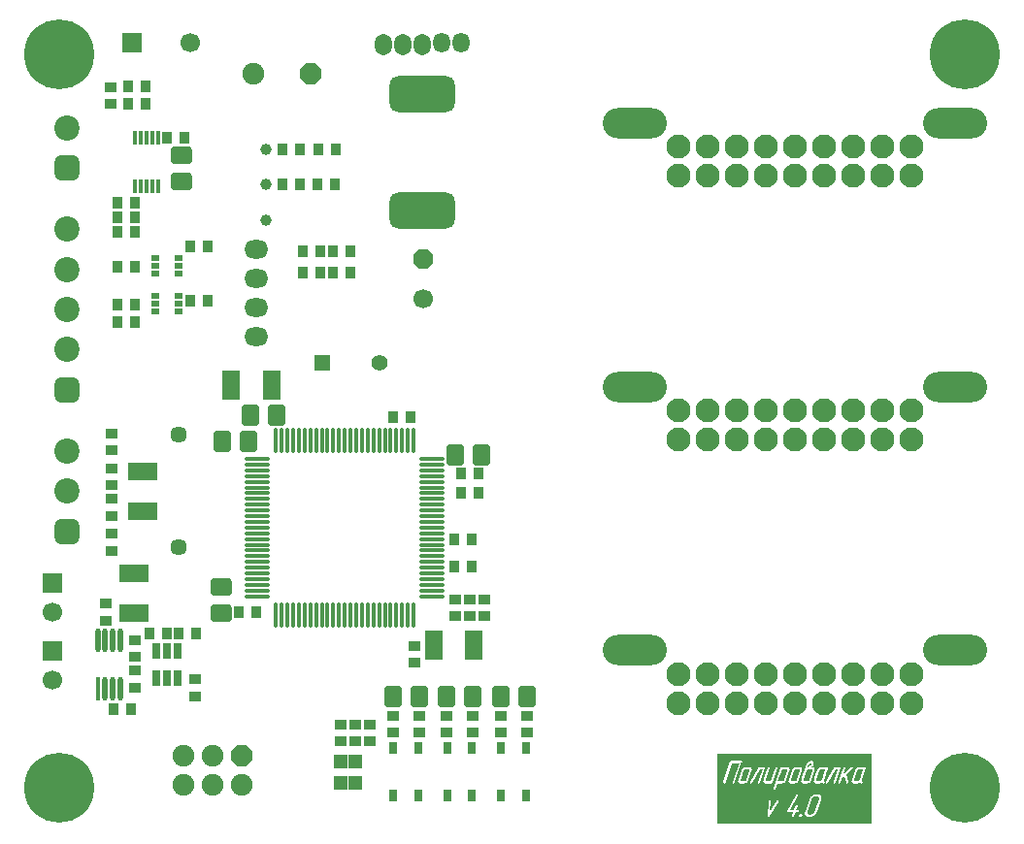
<source format=gts>
G04*
G04 #@! TF.GenerationSoftware,Altium Limited,Altium Designer,19.1.6 (110)*
G04*
G04 Layer_Color=8388736*
%FSLAX44Y44*%
%MOMM*%
G71*
G01*
G75*
%ADD23R,0.4318X2.0541*%
G04:AMPARAMS|DCode=24|XSize=2.0541mm|YSize=0.4318mm|CornerRadius=0.2159mm|HoleSize=0mm|Usage=FLASHONLY|Rotation=90.000|XOffset=0mm|YOffset=0mm|HoleType=Round|Shape=RoundedRectangle|*
%AMROUNDEDRECTD24*
21,1,2.0541,0.0000,0,0,90.0*
21,1,1.6223,0.4318,0,0,90.0*
1,1,0.4318,0.0000,0.8112*
1,1,0.4318,0.0000,-0.8112*
1,1,0.4318,0.0000,-0.8112*
1,1,0.4318,0.0000,0.8112*
%
%ADD24ROUNDEDRECTD24*%
%ADD29R,0.6500X1.0500*%
G04:AMPARAMS|DCode=33|XSize=0.5mm|YSize=0.75mm|CornerRadius=0.1mm|HoleSize=0mm|Usage=FLASHONLY|Rotation=90.000|XOffset=0mm|YOffset=0mm|HoleType=Round|Shape=RoundedRectangle|*
%AMROUNDEDRECTD33*
21,1,0.5000,0.5500,0,0,90.0*
21,1,0.3000,0.7500,0,0,90.0*
1,1,0.2000,0.2750,0.1500*
1,1,0.2000,0.2750,-0.1500*
1,1,0.2000,-0.2750,-0.1500*
1,1,0.2000,-0.2750,0.1500*
%
%ADD33ROUNDEDRECTD33*%
G04:AMPARAMS|DCode=34|XSize=0.9mm|YSize=1.1mm|CornerRadius=0.15mm|HoleSize=0mm|Usage=FLASHONLY|Rotation=0.000|XOffset=0mm|YOffset=0mm|HoleType=Round|Shape=RoundedRectangle|*
%AMROUNDEDRECTD34*
21,1,0.9000,0.8000,0,0,0.0*
21,1,0.6000,1.1000,0,0,0.0*
1,1,0.3000,0.3000,-0.4000*
1,1,0.3000,-0.3000,-0.4000*
1,1,0.3000,-0.3000,0.4000*
1,1,0.3000,0.3000,0.4000*
%
%ADD34ROUNDEDRECTD34*%
G04:AMPARAMS|DCode=35|XSize=0.9mm|YSize=1.1mm|CornerRadius=0.15mm|HoleSize=0mm|Usage=FLASHONLY|Rotation=90.000|XOffset=0mm|YOffset=0mm|HoleType=Round|Shape=RoundedRectangle|*
%AMROUNDEDRECTD35*
21,1,0.9000,0.8000,0,0,90.0*
21,1,0.6000,1.1000,0,0,90.0*
1,1,0.3000,0.4000,0.3000*
1,1,0.3000,0.4000,-0.3000*
1,1,0.3000,-0.4000,-0.3000*
1,1,0.3000,-0.4000,0.3000*
%
%ADD35ROUNDEDRECTD35*%
%ADD36O,0.4000X2.2000*%
%ADD37R,0.8000X1.4000*%
G04:AMPARAMS|DCode=38|XSize=1.5mm|YSize=1.8mm|CornerRadius=0.225mm|HoleSize=0mm|Usage=FLASHONLY|Rotation=0.000|XOffset=0mm|YOffset=0mm|HoleType=Round|Shape=RoundedRectangle|*
%AMROUNDEDRECTD38*
21,1,1.5000,1.3500,0,0,0.0*
21,1,1.0500,1.8000,0,0,0.0*
1,1,0.4500,0.5250,-0.6750*
1,1,0.4500,-0.5250,-0.6750*
1,1,0.4500,-0.5250,0.6750*
1,1,0.4500,0.5250,0.6750*
%
%ADD38ROUNDEDRECTD38*%
%ADD39R,2.5000X1.5000*%
G04:AMPARAMS|DCode=40|XSize=1.5mm|YSize=1.8mm|CornerRadius=0.225mm|HoleSize=0mm|Usage=FLASHONLY|Rotation=90.000|XOffset=0mm|YOffset=0mm|HoleType=Round|Shape=RoundedRectangle|*
%AMROUNDEDRECTD40*
21,1,1.5000,1.3500,0,0,90.0*
21,1,1.0500,1.8000,0,0,90.0*
1,1,0.4500,0.6750,0.5250*
1,1,0.4500,0.6750,-0.5250*
1,1,0.4500,-0.6750,-0.5250*
1,1,0.4500,-0.6750,0.5250*
%
%ADD40ROUNDEDRECTD40*%
G04:AMPARAMS|DCode=41|XSize=0.35mm|YSize=1.25mm|CornerRadius=0.1mm|HoleSize=0mm|Usage=FLASHONLY|Rotation=180.000|XOffset=0mm|YOffset=0mm|HoleType=Round|Shape=RoundedRectangle|*
%AMROUNDEDRECTD41*
21,1,0.3500,1.0500,0,0,180.0*
21,1,0.1500,1.2500,0,0,180.0*
1,1,0.2000,-0.0750,0.5250*
1,1,0.2000,0.0750,0.5250*
1,1,0.2000,0.0750,-0.5250*
1,1,0.2000,-0.0750,-0.5250*
%
%ADD41ROUNDEDRECTD41*%
G04:AMPARAMS|DCode=42|XSize=3.2mm|YSize=5.7mm|CornerRadius=0.825mm|HoleSize=0mm|Usage=FLASHONLY|Rotation=270.000|XOffset=0mm|YOffset=0mm|HoleType=Round|Shape=RoundedRectangle|*
%AMROUNDEDRECTD42*
21,1,3.2000,4.0500,0,0,270.0*
21,1,1.5500,5.7000,0,0,270.0*
1,1,1.6500,-2.0250,-0.7750*
1,1,1.6500,-2.0250,0.7750*
1,1,1.6500,2.0250,0.7750*
1,1,1.6500,2.0250,-0.7750*
%
%ADD42ROUNDEDRECTD42*%
%ADD43R,1.3000X1.3000*%
%ADD44O,2.2000X0.4000*%
%ADD45R,1.5000X2.5000*%
%ADD46C,1.0000*%
%ADD47O,2.1000X1.6240*%
%ADD48C,2.1000*%
%ADD49C,1.9000*%
%ADD50P,2.0566X8X202.5*%
G04:AMPARAMS|DCode=51|XSize=2.2mm|YSize=2.2mm|CornerRadius=0.575mm|HoleSize=0mm|Usage=FLASHONLY|Rotation=90.000|XOffset=0mm|YOffset=0mm|HoleType=Round|Shape=RoundedRectangle|*
%AMROUNDEDRECTD51*
21,1,2.2000,1.0500,0,0,90.0*
21,1,1.0500,2.2000,0,0,90.0*
1,1,1.1500,0.5250,0.5250*
1,1,1.1500,0.5250,-0.5250*
1,1,1.1500,-0.5250,-0.5250*
1,1,1.1500,-0.5250,0.5250*
%
%ADD51ROUNDEDRECTD51*%
%ADD52C,2.2000*%
%ADD53C,1.7000*%
%ADD54R,1.7000X1.7000*%
%ADD55R,1.4000X1.4000*%
%ADD56C,1.4000*%
%ADD57C,1.4500*%
%ADD58O,5.6000X2.6400*%
%ADD59O,1.4970X1.8780*%
%ADD60O,1.5000X1.7510*%
%ADD61P,1.8401X8X292.5*%
%ADD62C,0.8000*%
%ADD63C,6.1000*%
G36*
X968529Y568832D02*
Y538988D01*
X834671D01*
Y568832D01*
Y600202D01*
X968529D01*
Y568832D01*
D02*
G37*
%LPC*%
G36*
X895367Y588543D02*
X890370D01*
D01*
X886928D01*
X886493D01*
X890370D01*
X890037Y588515D01*
X889759Y588404D01*
X889537Y588237D01*
X889343Y588071D01*
X889232Y587876D01*
X889121Y587738D01*
X889093Y587627D01*
X889065Y587571D01*
X883041Y569776D01*
X882986Y569609D01*
Y569470D01*
X883013Y569276D01*
X883069Y569137D01*
X883096Y569081D01*
X883263Y568943D01*
X883457Y568859D01*
X883596Y568832D01*
X882986D01*
Y569470D01*
Y568832D01*
D01*
X897338D01*
D01*
X883652D01*
X883791Y568859D01*
X883929Y568887D01*
X884179Y568998D01*
X884290Y569054D01*
X884346Y569081D01*
X884401Y569137D01*
X884429D01*
X884568Y569248D01*
X884679Y569359D01*
X884846Y569581D01*
X884929Y569748D01*
X884957Y569776D01*
Y569803D01*
X886511Y574301D01*
X890315D01*
X890787Y574328D01*
X891259Y574440D01*
X891675Y574578D01*
X892036Y574745D01*
X892341Y574911D01*
X892591Y575050D01*
X892730Y575161D01*
X892785Y575189D01*
X893202Y575550D01*
X893535Y575911D01*
X893813Y576244D01*
X894035Y576605D01*
X894201Y576883D01*
X894312Y577132D01*
X894368Y577271D01*
X894396Y577327D01*
X897172Y585517D01*
X897283Y585989D01*
X897338Y586377D01*
X897311Y586766D01*
X897291Y586877D01*
X897255Y587071D01*
D01*
X897172Y587321D01*
D01*
Y587321D01*
D01*
X897158Y587349D01*
X897089Y587488D01*
X897033Y587627D01*
X897005Y587654D01*
X896756Y587960D01*
X896478Y588182D01*
X896395Y588220D01*
X896172Y588321D01*
X895867Y588432D01*
X895590Y588487D01*
X895367Y588543D01*
D02*
G37*
G36*
X886493D02*
X886067D01*
D01*
X885935D01*
X886067D01*
X885928Y588487D01*
X885678Y588376D01*
X885567Y588321D01*
X885484Y588265D01*
X885456Y588237D01*
X885428Y588210D01*
X885179Y587988D01*
X885040Y587765D01*
X884957Y587627D01*
X884929Y587599D01*
Y587571D01*
X884231Y585517D01*
X881070Y576216D01*
X877239D01*
X877072Y576244D01*
X876933Y576272D01*
X876739Y576383D01*
X876600Y576466D01*
X876572Y576522D01*
X876517Y576633D01*
X876489Y576772D01*
X876461Y577021D01*
X876489Y577132D01*
Y577216D01*
X876517Y577271D01*
Y577299D01*
X880015Y587571D01*
X880070Y587738D01*
Y587876D01*
X880043Y588098D01*
X879987Y588210D01*
X879959Y588265D01*
X879765Y588432D01*
X879598Y588515D01*
X879432Y588543D01*
X880769D01*
X879210D01*
X879071Y588487D01*
X878821Y588376D01*
X878710Y588321D01*
X878627Y588265D01*
X878599Y588237D01*
X878571Y588210D01*
X878321Y587988D01*
X878183Y587765D01*
X878099Y587627D01*
X878072Y587599D01*
Y587571D01*
X875934Y581294D01*
D01*
X874574Y577299D01*
D01*
X874463Y576855D01*
X874407Y576438D01*
X874435Y576050D01*
X874490Y575744D01*
X874546Y575494D01*
X874629Y575328D01*
X874685Y575189D01*
X874712Y575161D01*
X874962Y574884D01*
X875240Y574662D01*
X875545Y574523D01*
X875851Y574412D01*
X876128Y574356D01*
X876378Y574328D01*
X876517Y574301D01*
X875934D01*
D01*
X882986D01*
D01*
X881375D01*
X881708Y574328D01*
X882014Y574440D01*
X882236Y574606D01*
X882402Y574773D01*
X882541Y574939D01*
X882625Y575106D01*
X882652Y575217D01*
X882680Y575245D01*
X886872Y587571D01*
X886928Y587738D01*
Y587876D01*
X886900Y588098D01*
X886844Y588210D01*
X886817Y588265D01*
X886622Y588432D01*
X886456Y588515D01*
X886289Y588543D01*
X886493D01*
D02*
G37*
G36*
X855195Y594012D02*
X839482D01*
X846895D01*
X846562Y593984D01*
X846284Y593873D01*
X846062Y593707D01*
X845895Y593540D01*
X845756Y593346D01*
X845673Y593207D01*
X845645Y593096D01*
X845618Y593040D01*
X839538Y575245D01*
X839482Y575078D01*
Y574911D01*
X839510Y574662D01*
X839593Y574523D01*
X839621Y574467D01*
X839871Y574384D01*
X840037Y574328D01*
X840148Y574301D01*
X839482D01*
X848421D01*
X848727Y574328D01*
X848977Y574440D01*
X849088Y574467D01*
X849171Y574523D01*
X849199Y574551D01*
X849227D01*
X849449Y574773D01*
X849615Y574995D01*
X849699Y575161D01*
X849726Y575217D01*
Y575245D01*
X855806Y593040D01*
X855862Y593207D01*
Y588543D01*
Y593373D01*
X855834Y593595D01*
X855723Y593762D01*
X855584Y593901D01*
X855445Y593956D01*
X855279Y593984D01*
X855195Y594012D01*
D02*
G37*
G36*
X839482Y588293D02*
D01*
D01*
D01*
D02*
G37*
G36*
Y588210D02*
D01*
D01*
D01*
D02*
G37*
G36*
Y588182D02*
D01*
D01*
D01*
D02*
G37*
G36*
X952280Y588543D02*
X952224D01*
X952086Y588515D01*
X951919Y588460D01*
X951614Y588321D01*
X951475Y588210D01*
X951364Y588154D01*
D01*
X951308Y588098D01*
X951281Y588071D01*
X944146Y582019D01*
X946006Y587571D01*
X946061Y587738D01*
Y587876D01*
X946033Y588098D01*
X945978Y588210D01*
X945950Y588265D01*
X945756Y588432D01*
X945589Y588515D01*
X945423Y588543D01*
X945201D01*
X945062Y588487D01*
X944812Y588376D01*
X944701Y588321D01*
X944617Y588265D01*
X944590Y588237D01*
X944562Y588210D01*
X944312Y587988D01*
X944173Y587765D01*
X944090Y587627D01*
X944062Y587599D01*
Y587571D01*
X941897Y581204D01*
X939870Y575245D01*
X939815Y575078D01*
D01*
Y574911D01*
X939842Y574689D01*
X939926Y574551D01*
X939954Y574495D01*
X940203Y574384D01*
X940370Y574328D01*
X940481Y574301D01*
X940509D01*
D01*
D01*
X940814Y574328D01*
X941064Y574440D01*
X941175Y574467D01*
D01*
X941217Y574495D01*
D01*
X941258Y574523D01*
D01*
D01*
D01*
X941286Y574551D01*
D01*
D01*
D01*
D01*
D01*
X941314D01*
D01*
D01*
D01*
X941342Y574578D01*
D01*
X941425Y574662D01*
X941453Y574689D01*
D01*
D01*
D01*
D01*
X941480Y574717D01*
X941508Y574745D01*
D01*
X941536Y574773D01*
D01*
D01*
D01*
D01*
D01*
X941557Y574800D01*
D01*
D01*
X941640Y574911D01*
D01*
D01*
X941661Y574939D01*
X941702Y574995D01*
D01*
D01*
D01*
D01*
X941744Y575078D01*
D01*
D01*
X941786Y575161D01*
D01*
D01*
D01*
X941800Y575189D01*
X941814Y575217D01*
D01*
Y575245D01*
D01*
X943313Y579603D01*
X944978Y581075D01*
X946672Y574773D01*
X946755Y574606D01*
X946839Y574467D01*
X946894Y574412D01*
X946922Y574384D01*
X947061Y574328D01*
X947199Y574301D01*
X941897D01*
D01*
X951364D01*
X947338D01*
X947616Y574328D01*
X947866Y574440D01*
X948060Y574523D01*
X948088Y574551D01*
X948116D01*
X948254Y574689D01*
X948393Y574800D01*
X948560Y575050D01*
X948643Y575217D01*
X948671Y575245D01*
Y575272D01*
X948699Y575744D01*
X946700Y582379D01*
X952558Y587127D01*
X952641Y587155D01*
X952696Y587210D01*
X952807Y587349D01*
X952863Y587488D01*
X952891Y587515D01*
Y587543D01*
X952918Y587682D01*
D01*
X952946Y587821D01*
X952891Y588043D01*
X952880Y588071D01*
X952835Y588182D01*
X952807Y588237D01*
X952724Y588348D01*
X952613Y588404D01*
X952447Y588515D01*
X952280Y588543D01*
D02*
G37*
G36*
X963885D02*
Y588126D01*
X963773Y588293D01*
X963635Y588432D01*
X963468Y588487D01*
X963329Y588515D01*
X963246Y588543D01*
X958388D01*
X957916Y588515D01*
X957444Y588404D01*
X957027Y588237D01*
X956639Y588071D01*
X956333Y587904D01*
X956083Y587738D01*
X955945Y587627D01*
X955917Y587599D01*
X955889D01*
X955500Y587238D01*
X955167Y586877D01*
X954890Y586516D01*
X954668Y586211D01*
X954529Y585933D01*
X954418Y585711D01*
X954362Y585572D01*
X954334Y585517D01*
X951530Y577299D01*
X951419Y576855D01*
X951364Y576438D01*
D01*
D01*
X951392Y576050D01*
X951447Y575744D01*
X951503Y575494D01*
X951586Y575328D01*
X951641Y575189D01*
X951669Y575161D01*
X951919Y574884D01*
X952197Y574662D01*
X952502Y574523D01*
X952807Y574412D01*
X953085Y574356D01*
X953335Y574328D01*
X953474Y574301D01*
X956278D01*
X956777Y574328D01*
X957249Y574440D01*
X957638Y574578D01*
X957999Y574773D01*
X958277Y574939D01*
X958499Y575078D01*
X958610Y575189D01*
X958665Y575217D01*
X958693Y575078D01*
X958721Y574967D01*
X958804Y574800D01*
X958832Y574745D01*
X958860Y574717D01*
X959082Y574523D01*
X959276Y574384D01*
X959443Y574328D01*
X959470Y574301D01*
X959498D01*
X959748Y574273D01*
X951364D01*
X963885D01*
Y588543D01*
D02*
G37*
G36*
X839482Y587904D02*
D01*
D01*
D01*
D02*
G37*
G36*
Y586402D02*
Y586377D01*
D01*
Y586402D01*
D02*
G37*
G36*
Y585572D02*
Y585544D01*
D01*
Y585572D01*
D02*
G37*
G36*
Y577216D02*
Y577132D01*
D01*
Y577216D01*
D02*
G37*
G36*
Y577105D02*
D01*
D01*
D01*
D02*
G37*
G36*
Y576855D02*
D01*
D01*
D01*
D02*
G37*
G36*
Y576577D02*
D01*
D01*
D01*
D02*
G37*
G36*
Y576466D02*
D01*
D01*
D01*
D02*
G37*
G36*
Y576244D02*
D01*
D01*
D01*
D02*
G37*
G36*
Y575744D02*
Y575661D01*
D01*
Y575744D01*
D02*
G37*
G36*
Y575522D02*
D01*
D01*
D01*
D02*
G37*
G36*
Y575161D02*
D01*
D01*
D01*
D02*
G37*
G36*
Y575106D02*
Y575078D01*
D01*
Y575106D01*
D02*
G37*
G36*
X941258Y588543D02*
X937094D01*
X936816Y588515D01*
X936594Y588432D01*
X936372Y588293D01*
X936206Y588154D01*
X936067Y588015D01*
X935984Y587876D01*
X935928Y587793D01*
X935900Y587765D01*
X930903Y578890D01*
X929851Y577021D01*
X928960Y575439D01*
X928876Y575245D01*
X928821Y575078D01*
Y574939D01*
Y574745D01*
X928876Y574606D01*
X928904Y574551D01*
X929099Y574412D01*
X929293Y574328D01*
X929459Y574301D01*
X929515D01*
X929792Y574328D01*
X930042Y574412D01*
X930237Y574523D01*
X930431Y574662D01*
X930542Y574800D01*
X930653Y574911D01*
X930709Y574995D01*
X930736Y575023D01*
X930768Y575078D01*
X937233Y586627D01*
X939593D01*
X935706Y575245D01*
X935650Y575078D01*
Y574911D01*
X935678Y574689D01*
X935761Y574551D01*
X935789Y574495D01*
X936039Y574384D01*
X936206Y574328D01*
X936317Y574301D01*
X936344D01*
X936650Y574328D01*
X936927Y574440D01*
X937011Y574467D01*
X937094Y574523D01*
X937150Y574551D01*
X937177D01*
X937399Y574773D01*
X937538Y574995D01*
X937622Y575161D01*
X937649Y575217D01*
Y575245D01*
X941841Y587571D01*
X941897Y587738D01*
D01*
Y587904D01*
Y588126D01*
D01*
X941878Y588154D01*
D01*
D01*
X941860Y588182D01*
D01*
D01*
X941841Y588210D01*
D01*
X941835Y588220D01*
X941823Y588237D01*
D01*
D01*
D01*
D01*
X941804Y588265D01*
X941786Y588293D01*
D01*
D01*
X941758Y588321D01*
X941730Y588348D01*
D01*
X941675Y588404D01*
D01*
D01*
X941647Y588432D01*
D01*
D01*
D01*
X941480Y588487D01*
X941342Y588515D01*
X941258Y588543D01*
D02*
G37*
G36*
X916467Y593984D02*
X916272D01*
X915828Y593956D01*
X915412Y593873D01*
X915023Y593762D01*
X914662Y593623D01*
X914385Y593484D01*
X914162Y593373D01*
X914024Y593290D01*
X913968Y593262D01*
X913524Y592929D01*
X913163Y592541D01*
X912885Y592180D01*
X912635Y591819D01*
X912469Y591485D01*
X912330Y591236D01*
X912275Y591069D01*
X912247Y591041D01*
Y591014D01*
X910387Y585517D01*
X908332Y579496D01*
D01*
X907583Y577299D01*
D01*
X907472Y576855D01*
X907444Y576438D01*
Y576077D01*
X907499Y575772D01*
X907583Y575522D01*
X907666Y575328D01*
X907722Y575189D01*
X907749Y575161D01*
X907999Y574884D01*
X908277Y574662D01*
X908332Y574636D01*
D01*
X908582Y574523D01*
X908888Y574412D01*
X909165Y574356D01*
X909387Y574328D01*
X909526Y574301D01*
X907444D01*
X901309Y574301D01*
X901780Y574328D01*
X902225Y574440D01*
X902641Y574578D01*
X903002Y574745D01*
X903307Y574884D01*
X903557Y575023D01*
X903696Y575134D01*
X903752Y575161D01*
X904168Y575522D01*
X904501Y575883D01*
X904779Y576216D01*
X905001Y576577D01*
X905167Y576855D01*
X905278Y577105D01*
X905334Y577243D01*
X905362Y577299D01*
X908166Y585517D01*
X908277Y585961D01*
X908332Y586377D01*
X908305Y586738D01*
X908249Y587044D01*
X908191Y587238D01*
D01*
X908166Y587321D01*
Y587321D01*
D01*
X908083Y587488D01*
D01*
X908027Y587627D01*
X907999Y587654D01*
X907749Y587960D01*
X907472Y588182D01*
X907444Y588194D01*
D01*
X907166Y588321D01*
X906861Y588432D01*
X906583Y588487D01*
X906361Y588543D01*
X903418D01*
X902946Y588515D01*
X902475Y588404D01*
X902058Y588237D01*
X901669Y588071D01*
X901364Y587904D01*
X901114Y587738D01*
X900975Y587627D01*
X900948Y587599D01*
X900920D01*
X900531Y587238D01*
X900198Y586877D01*
X899920Y586516D01*
X899698Y586211D01*
X899559Y585933D01*
X899448Y585711D01*
X899393Y585572D01*
X899365Y585517D01*
X897338Y579577D01*
D01*
X897104Y578890D01*
X896561Y577299D01*
X896450Y576855D01*
X896406Y576522D01*
X896395Y576438D01*
X896416Y576133D01*
X896422Y576050D01*
X896478Y575744D01*
X896533Y575494D01*
X896617Y575328D01*
X896672Y575189D01*
X896700Y575161D01*
X896950Y574884D01*
X897227Y574662D01*
X897533Y574523D01*
X897838Y574412D01*
X898116Y574356D01*
X898366Y574328D01*
X898504Y574301D01*
X897338D01*
X918382Y574301D01*
D01*
X912302D01*
X912774Y574328D01*
X913246Y574440D01*
X913663Y574578D01*
X914024Y574745D01*
X914329Y574911D01*
X914579Y575050D01*
X914718Y575161D01*
X914773Y575189D01*
X915190Y575522D01*
X915523Y575883D01*
X915800Y576244D01*
X916022Y576577D01*
X916189Y576855D01*
X916300Y577105D01*
X916356Y577243D01*
X916383Y577299D01*
X919187Y585517D01*
X919298Y585989D01*
X919326Y586377D01*
X919298Y586766D01*
X919243Y587071D01*
X919224Y587127D01*
D01*
X919215Y587155D01*
X919187Y587238D01*
D01*
Y587238D01*
X919160Y587321D01*
D01*
D01*
X919146Y587349D01*
D01*
X919076Y587488D01*
D01*
D01*
X919043Y587571D01*
X919021Y587627D01*
X918993Y587654D01*
X918743Y587960D01*
X918465Y588182D01*
X918382Y588220D01*
X918160Y588321D01*
X917855Y588432D01*
X917577Y588487D01*
X917355Y588543D01*
X915578D01*
X916300Y588682D01*
X916578Y588848D01*
X916800Y589015D01*
X916966Y589126D01*
X916994Y589181D01*
X917022D01*
X917383Y589514D01*
X917660Y589875D01*
X917910Y590236D01*
X918105Y590569D01*
X918243Y590902D01*
X918327Y591152D01*
X918382Y591319D01*
X918410Y591347D01*
Y591375D01*
X918465Y591791D01*
X918438Y592152D01*
X918354Y592485D01*
X918216Y592763D01*
X918077Y593013D01*
X917966Y593179D01*
X917855Y593290D01*
X917827Y593318D01*
X917660Y593540D01*
X917466Y593707D01*
X917188Y593818D01*
X916939Y593901D01*
X916689Y593956D01*
X916467Y593984D01*
D02*
G37*
G36*
X876727Y588543D02*
X855862D01*
X859443D01*
X858971Y588515D01*
X858499Y588404D01*
X858083Y588237D01*
X857694Y588071D01*
X857389Y587904D01*
X857139Y587738D01*
X857000Y587627D01*
X856972Y587599D01*
X856945D01*
X856556Y587238D01*
X856223Y586877D01*
X855945Y586516D01*
X855862Y586402D01*
X855784Y586294D01*
X855723Y586211D01*
X855584Y585933D01*
X855473Y585711D01*
X855418Y585572D01*
X855390Y585517D01*
X852586Y577299D01*
X852475Y576855D01*
X852438Y576577D01*
X852419Y576438D01*
D01*
X852447Y576050D01*
X852503Y575744D01*
X852558Y575494D01*
X852641Y575328D01*
X852697Y575189D01*
X852725Y575161D01*
X852974Y574884D01*
X853252Y574662D01*
X853558Y574523D01*
X853863Y574412D01*
X854140Y574356D01*
X854390Y574328D01*
X854390D01*
X854529Y574301D01*
X857333D01*
X857805Y574328D01*
X858249Y574440D01*
X858666Y574578D01*
X859027Y574745D01*
X859332Y574884D01*
X859582Y575023D01*
X859721Y575134D01*
X859776Y575161D01*
X860193Y575522D01*
X860526Y575883D01*
X860804Y576216D01*
X861026Y576577D01*
X861192Y576855D01*
X861303Y577105D01*
X861359Y577243D01*
X861386Y577299D01*
X864190Y585517D01*
X864302Y585961D01*
X864357Y586377D01*
X864329Y586738D01*
X864274Y587044D01*
X864215Y587238D01*
D01*
X864190Y587321D01*
X864107Y587488D01*
D01*
X864052Y587627D01*
X864024Y587654D01*
X863956Y587738D01*
X863774Y587960D01*
X863496Y588182D01*
X863191Y588321D01*
X862886Y588432D01*
X862858Y588437D01*
X862608Y588487D01*
X862386Y588543D01*
X864357D01*
X871131D01*
X870853Y588515D01*
X870631Y588432D01*
X870409Y588293D01*
X870243Y588154D01*
X870104Y588015D01*
X870021Y587876D01*
X869965Y587793D01*
X869937Y587765D01*
X862997Y575439D01*
X862913Y575245D01*
X862858Y575078D01*
Y574939D01*
Y574745D01*
X862913Y574606D01*
X862941Y574551D01*
X863136Y574412D01*
X863330Y574328D01*
X863496Y574301D01*
X863496D01*
X863022D01*
X863552D01*
X863829Y574328D01*
X864079Y574412D01*
X864274Y574523D01*
X864357Y574582D01*
D01*
X864468Y574662D01*
X864579Y574800D01*
X864690Y574911D01*
X864746Y574995D01*
X864773Y575023D01*
X871270Y586627D01*
X873630D01*
X869743Y575245D01*
X869687Y575078D01*
Y574911D01*
X869715Y574689D01*
X869798Y574551D01*
X869826Y574495D01*
X870076Y574384D01*
X870243Y574328D01*
X870354Y574301D01*
X870381D01*
X870687Y574328D01*
X870964Y574440D01*
X871048Y574467D01*
X871131Y574523D01*
X871187Y574551D01*
X871214D01*
X871436Y574773D01*
X871575Y574995D01*
X871658Y575161D01*
X871686Y575217D01*
Y575245D01*
X875878Y587571D01*
X875897Y587627D01*
X875934Y587738D01*
Y587904D01*
Y588126D01*
D01*
X875915Y588154D01*
D01*
X875878Y588210D01*
X875823Y588293D01*
D01*
D01*
X875795Y588321D01*
D01*
D01*
X875740Y588376D01*
X875684Y588432D01*
D01*
D01*
X875517Y588487D01*
X875379Y588515D01*
X875295Y588543D01*
D01*
D01*
X876727D01*
D02*
G37*
G36*
X870354Y574301D02*
X865781D01*
X870354D01*
D01*
D02*
G37*
G36*
X854529D02*
X854462D01*
X854529D01*
D01*
D02*
G37*
G36*
X930265Y588543D02*
X925406D01*
X924934Y588515D01*
X924462Y588404D01*
X924046Y588237D01*
X923657Y588071D01*
X923352Y587904D01*
X923102Y587738D01*
X922963Y587627D01*
X922935Y587599D01*
X922907D01*
X922519Y587238D01*
X922186Y586877D01*
X921908Y586516D01*
X921686Y586211D01*
X921547Y585933D01*
X921436Y585711D01*
X921381Y585572D01*
X921353Y585517D01*
X919326Y579577D01*
D01*
X918549Y577299D01*
D01*
X918438Y576855D01*
X918393Y576522D01*
X918382Y576438D01*
D01*
X918396Y576244D01*
X918410Y576050D01*
X918465Y575744D01*
X918521Y575494D01*
X918604Y575328D01*
X918660Y575189D01*
X918688Y575161D01*
X918938Y574884D01*
X919215Y574662D01*
X919520Y574523D01*
X919826Y574412D01*
X920104Y574356D01*
X920353Y574328D01*
X920492Y574301D01*
X923296D01*
X923796Y574328D01*
X924268Y574440D01*
X924657Y574578D01*
X925017Y574773D01*
X925295Y574939D01*
X925517Y575078D01*
X925628Y575189D01*
X925684Y575217D01*
X925712Y575078D01*
X925739Y574967D01*
X925823Y574800D01*
X925850Y574745D01*
X925878Y574717D01*
X926100Y574523D01*
X926294Y574384D01*
X926461Y574328D01*
X926489Y574301D01*
X926517D01*
X926766Y574273D01*
X918382D01*
X930903D01*
X926766D01*
X927100Y574328D01*
X927349Y574412D01*
X927516Y574495D01*
X927544Y574551D01*
X927572D01*
X927821Y574800D01*
X927960Y575023D01*
X928044Y575189D01*
X928071Y575217D01*
Y575245D01*
X928127Y575467D01*
Y575661D01*
X928071Y575828D01*
X927988Y575939D01*
X927905Y576022D01*
X927794Y576077D01*
X927738Y576133D01*
X927710D01*
X927516Y576272D01*
X927405Y576411D01*
X927349Y576522D01*
X927322Y576549D01*
X927294Y576855D01*
X927322Y577077D01*
X927349Y577243D01*
X927377Y577271D01*
Y577299D01*
X928821Y581572D01*
X930153Y585517D01*
D01*
D01*
X930172Y585572D01*
D01*
X930219Y585711D01*
X930613Y586877D01*
D01*
X930679Y587071D01*
X930735Y587238D01*
D01*
X930763Y587321D01*
X930819Y587488D01*
D01*
X930847Y587571D01*
X930903Y587738D01*
Y587904D01*
Y588126D01*
X930792Y588293D01*
X930653Y588432D01*
X930487Y588487D01*
X930348Y588515D01*
X930265Y588543D01*
D02*
G37*
G36*
X887761Y559420D02*
X881145D01*
X887011D01*
X886733Y559365D01*
X886511Y559281D01*
X886372Y559198D01*
X886345Y559170D01*
X886317D01*
X886123Y559004D01*
X885956Y558837D01*
X885873Y558726D01*
X885845Y558671D01*
X880098Y549065D01*
X880903Y558698D01*
X880875Y558837D01*
X880848Y558976D01*
X880737Y559142D01*
X880653Y559226D01*
X880626Y559254D01*
X880487Y559365D01*
X880348Y559392D01*
X880265Y559420D01*
X878099D01*
X880043D01*
X879904Y559365D01*
X879654Y559254D01*
X879543Y559198D01*
X879460Y559142D01*
X879432Y559115D01*
X879404Y559087D01*
X879154Y558837D01*
X879016Y558643D01*
X878932Y558504D01*
X878904Y558476D01*
Y558448D01*
X878849Y558199D01*
X878099Y545956D01*
X878127Y545678D01*
X878183Y545484D01*
X878238Y545373D01*
X878266Y545345D01*
X878432Y545261D01*
X878599Y545206D01*
X878710Y545178D01*
X878099D01*
X878766D01*
X879016Y545206D01*
X879265Y545289D01*
X879460Y545428D01*
X879654Y545567D01*
X879793Y545706D01*
X879904Y545844D01*
X879959Y545928D01*
X879987Y545956D01*
X887539Y558115D01*
X887594Y558199D01*
X887650Y558337D01*
X887705Y558421D01*
Y558476D01*
X887733Y558615D01*
X887761Y558754D01*
X887705Y558976D01*
X887650Y559087D01*
X887622Y559142D01*
X887455Y559309D01*
X887233Y559392D01*
X887066Y559420D01*
X887761D01*
D02*
G37*
G36*
X907555Y547760D02*
X907472D01*
X907222Y547732D01*
X907000Y547677D01*
X906805Y547593D01*
X906639Y547510D01*
X906500Y547427D01*
X906389Y547344D01*
X906333Y547288D01*
X906306Y547260D01*
X906139Y547094D01*
X906028Y546927D01*
X905917Y546788D01*
X905834Y546677D01*
X905751Y546511D01*
X905723Y546483D01*
Y546455D01*
X905667Y546261D01*
Y546289D01*
Y545178D01*
X908416Y545178D01*
D01*
X906583Y545178D01*
X906805Y545206D01*
X907028Y545234D01*
X907222Y545317D01*
X907388Y545400D01*
X907527Y545456D01*
X907638Y545539D01*
X907694Y545567D01*
X907722Y545595D01*
X907888Y545761D01*
X908027Y545900D01*
X908138Y546039D01*
X908221Y546178D01*
X908305Y546289D01*
X908332Y546372D01*
X908360Y546427D01*
Y546455D01*
X908416Y546650D01*
Y546955D01*
Y546816D01*
X908360Y547094D01*
X908332Y547205D01*
X908305Y547288D01*
X908249Y547316D01*
Y547344D01*
X908138Y547482D01*
X907999Y547593D01*
X907888Y547649D01*
X907749Y547705D01*
X907638Y547732D01*
X907555Y547760D01*
D02*
G37*
G36*
X922047Y564889D02*
X920492D01*
X920159Y564862D01*
X919826Y564834D01*
X919160Y564695D01*
X918577Y564473D01*
X918021Y564223D01*
X917577Y563973D01*
X917383Y563862D01*
X917244Y563779D01*
X917105Y563668D01*
X917022Y563612D01*
X916966Y563585D01*
X916939Y563557D01*
X916356Y563057D01*
X915856Y562530D01*
X915467Y562030D01*
X915134Y561530D01*
X914912Y561114D01*
X914829Y560947D01*
X914745Y560808D01*
X914690Y560670D01*
X914662Y560586D01*
X914634Y560531D01*
Y560503D01*
X910887Y549537D01*
X910803Y549204D01*
X910720Y548871D01*
X910692Y548565D01*
X910664Y548288D01*
X910720Y547760D01*
X910803Y547288D01*
X910942Y546927D01*
X911053Y546650D01*
X911109Y546566D01*
X911164Y546483D01*
X911192Y546455D01*
Y546427D01*
X911386Y546205D01*
X911581Y546011D01*
X911997Y545706D01*
X912413Y545484D01*
X912830Y545345D01*
X913219Y545234D01*
X913524Y545206D01*
X913635Y545178D01*
X910664D01*
D01*
X925045D01*
X915162D01*
X915523Y545206D01*
X915856Y545234D01*
X916494Y545373D01*
X917105Y545595D01*
X917660Y545817D01*
X918105Y546039D01*
X918299Y546150D01*
X918438Y546261D01*
X918577Y546344D01*
X918660Y546400D01*
X918715Y546455D01*
X918743D01*
X919326Y546955D01*
X919826Y547482D01*
X920242Y548010D01*
X920548Y548482D01*
X920798Y548898D01*
X920881Y549093D01*
X920964Y549231D01*
X921020Y549370D01*
X921047Y549454D01*
X921075Y549509D01*
Y549537D01*
X924823Y560503D01*
X924934Y560836D01*
X924990Y561141D01*
X925017Y561447D01*
X925045Y561752D01*
X925017Y562280D01*
X924906Y562724D01*
X924795Y563085D01*
X924684Y563362D01*
X924573Y563529D01*
X924546Y563557D01*
Y563585D01*
X924379Y563807D01*
X924185Y564029D01*
X923768Y564334D01*
X923324Y564584D01*
X922880Y564723D01*
X922491Y564834D01*
X922186Y564862D01*
X922047Y564889D01*
D02*
G37*
G36*
X904057Y564889D02*
X903974D01*
X903391Y564695D01*
X903141Y564501D01*
X902946Y564306D01*
X902835Y564140D01*
X902808Y564084D01*
Y564057D01*
X895423Y550397D01*
X895340Y550231D01*
X895312Y550092D01*
X895284Y549953D01*
X895312Y549731D01*
X895340Y549592D01*
X895367Y549537D01*
X895534Y549398D01*
X895756Y549315D01*
X895923Y549287D01*
X900503D01*
X899421Y546122D01*
X899365Y545956D01*
Y545789D01*
X899393Y545539D01*
X899476Y545400D01*
X899504Y545345D01*
X899754Y545261D01*
X899920Y545206D01*
X900031Y545178D01*
X895284D01*
D01*
X905556D01*
Y550481D01*
X905528Y550703D01*
X905445Y550842D01*
X905417Y550897D01*
X905334Y551008D01*
X905251Y551064D01*
X905056Y551175D01*
X904918Y551203D01*
X903085D01*
X904168Y554340D01*
X904223Y554506D01*
Y554645D01*
X904196Y554867D01*
X904112Y554978D01*
X904085Y555034D01*
X903890Y555200D01*
X903724Y555284D01*
X903557Y555311D01*
X903363D01*
X903224Y555256D01*
X902974Y555145D01*
X902780Y555034D01*
X902752Y555006D01*
X902724Y554978D01*
X902475Y554756D01*
X902336Y554534D01*
X902252Y554395D01*
X902225Y554367D01*
Y554340D01*
X901142Y551203D01*
X897755D01*
X904612Y563751D01*
X904696Y563945D01*
X904723Y564084D01*
X904751Y564223D01*
X904696Y564417D01*
X904640Y564556D01*
X904612Y564612D01*
X904418Y564778D01*
X904223Y564862D01*
X904057Y564889D01*
D02*
G37*
%LPD*%
G36*
X894812Y586572D02*
X895034Y586460D01*
X895145Y586349D01*
X895173Y586322D01*
Y586294D01*
X895229Y586183D01*
X895284Y586044D01*
X895312Y585794D01*
X895284Y585711D01*
Y585628D01*
X895256Y585572D01*
Y585544D01*
X892452Y577299D01*
X892286Y576994D01*
X892092Y576744D01*
X891925Y576577D01*
X891869Y576549D01*
X891842Y576522D01*
X891675Y576411D01*
X891508Y576355D01*
X891259Y576244D01*
X891148D01*
X891064Y576216D01*
X887150D01*
X890703Y586627D01*
X894701D01*
X894812Y586572D01*
D02*
G37*
G36*
X847783Y575245D02*
X847728Y575078D01*
Y574911D01*
X847755Y574662D01*
X847839Y574523D01*
X847866Y574467D01*
X848116Y574384D01*
X848283Y574328D01*
X848394Y574301D01*
X840176D01*
X840481Y574328D01*
X840731Y574440D01*
X840842Y574467D01*
X840926Y574523D01*
X840954Y574551D01*
X840981D01*
X841203Y574773D01*
X841370Y574995D01*
X841453Y575161D01*
X841481Y575217D01*
Y575245D01*
X847228Y592096D01*
X853530D01*
X847783Y575245D01*
D02*
G37*
G36*
X951364Y576438D02*
D01*
D01*
D01*
D02*
G37*
G36*
X958388Y577299D02*
X958332Y577132D01*
X958249Y576966D01*
X958054Y576744D01*
X957888Y576577D01*
X957832Y576549D01*
X957805Y576522D01*
X957638Y576411D01*
X957499Y576355D01*
X957222Y576244D01*
X957111D01*
X957027Y576216D01*
X954195D01*
X954029Y576244D01*
X953890Y576272D01*
X953696Y576383D01*
X953557Y576466D01*
X953529Y576522D01*
X953474Y576633D01*
X953446Y576772D01*
X953418Y577021D01*
X953446Y577132D01*
Y577216D01*
X953474Y577271D01*
Y577299D01*
X956278Y585517D01*
X956444Y585850D01*
X956639Y586072D01*
X956805Y586239D01*
X956833Y586294D01*
X956861D01*
X957027Y586405D01*
X957166Y586488D01*
X957444Y586599D01*
X957555D01*
X957638Y586627D01*
X961580D01*
X958388Y577299D01*
D02*
G37*
G36*
X963885Y574273D02*
X959748D01*
X960081Y574328D01*
X960331Y574412D01*
X960498Y574495D01*
X960525Y574551D01*
X960553D01*
X960803Y574800D01*
X960942Y575023D01*
X961025Y575189D01*
X961053Y575217D01*
Y575245D01*
X961108Y575467D01*
Y575661D01*
X961053Y575828D01*
X960969Y575939D01*
X960886Y576022D01*
X960775Y576077D01*
X960720Y576133D01*
X960692D01*
X960498Y576272D01*
X960387Y576411D01*
X960331Y576522D01*
X960303Y576549D01*
X960275Y576855D01*
X960303Y577077D01*
X960331Y577243D01*
X960359Y577271D01*
Y577299D01*
X963829Y587571D01*
X963885Y587738D01*
Y574273D01*
D02*
G37*
G36*
X915939Y592041D02*
X916133Y591958D01*
X916272Y591846D01*
X916300Y591819D01*
Y591791D01*
X916356Y591680D01*
X916411Y591569D01*
Y591319D01*
Y591208D01*
X916383Y591125D01*
X916356Y591069D01*
Y591041D01*
X916300Y590875D01*
X916189Y590708D01*
X915967Y590431D01*
X915856Y590320D01*
X915745Y590236D01*
X915689Y590209D01*
X915662Y590181D01*
X915328Y589959D01*
X915023Y589737D01*
X914773Y589570D01*
X914551Y589459D01*
X914385Y589348D01*
X914274Y589265D01*
X914190Y589237D01*
X914162Y589209D01*
X913357Y588543D01*
X914190Y591014D01*
X914274Y591208D01*
X914357Y591375D01*
X914440Y591513D01*
X914551Y591624D01*
X914690Y591735D01*
X914718Y591791D01*
X914745D01*
X914912Y591902D01*
X915079Y591958D01*
X915356Y592068D01*
X915467D01*
X915551Y592096D01*
X915800D01*
X915939Y592041D01*
D02*
G37*
G36*
X916800Y586544D02*
X916994Y586433D01*
X917133Y586322D01*
X917161Y586294D01*
Y586266D01*
X917216Y586155D01*
X917272Y586016D01*
Y585766D01*
Y585683D01*
X917244Y585600D01*
X917216Y585544D01*
Y585517D01*
X914412Y577299D01*
X914357Y577132D01*
X914274Y576994D01*
X914079Y576744D01*
X913913Y576577D01*
X913857Y576549D01*
X913829Y576522D01*
X913663Y576411D01*
X913524Y576355D01*
X913219Y576244D01*
X913107D01*
X913024Y576216D01*
X910248D01*
X910081Y576244D01*
X909943Y576272D01*
X909721Y576383D01*
X909609Y576466D01*
X909554Y576522D01*
X909498Y576633D01*
X909471Y576772D01*
Y577021D01*
X909498Y577132D01*
Y577216D01*
X909526Y577271D01*
Y577299D01*
X912330Y585517D01*
X912469Y585822D01*
X912663Y586072D01*
X912830Y586211D01*
X912858Y586266D01*
X912885D01*
X913052Y586377D01*
X913219Y586461D01*
X913496Y586572D01*
X913607D01*
X913690Y586599D01*
X916661D01*
X916800Y586544D01*
D02*
G37*
G36*
X905806Y586572D02*
X906000Y586460D01*
X906139Y586349D01*
X906167Y586322D01*
Y586294D01*
X906222Y586155D01*
X906278Y586044D01*
Y585794D01*
Y585683D01*
X906250Y585600D01*
X906222Y585544D01*
Y585517D01*
X903418Y577299D01*
X903363Y577132D01*
X903280Y576966D01*
X903085Y576744D01*
X902919Y576577D01*
X902863Y576549D01*
X902835Y576522D01*
X902669Y576411D01*
X902530Y576355D01*
X902252Y576244D01*
X902141D01*
X902058Y576216D01*
X899226D01*
X899060Y576244D01*
X898921Y576272D01*
X898727Y576383D01*
X898588Y576466D01*
X898560Y576522D01*
X898504Y576633D01*
X898477Y576772D01*
X898449Y577021D01*
X898477Y577132D01*
Y577216D01*
X898504Y577271D01*
Y577299D01*
X901309Y585517D01*
X901475Y585850D01*
X901669Y586072D01*
X901836Y586239D01*
X901864Y586294D01*
X901891D01*
X902058Y586405D01*
X902197Y586488D01*
X902475Y586599D01*
X902586D01*
X902669Y586627D01*
X905667D01*
X905806Y586572D01*
D02*
G37*
G36*
X861831D02*
X862025Y586460D01*
X862164Y586349D01*
X862192Y586322D01*
Y586294D01*
X862247Y586155D01*
X862303Y586044D01*
Y585794D01*
Y585683D01*
X862275Y585600D01*
X862247Y585544D01*
Y585517D01*
X859443Y577299D01*
X859388Y577132D01*
X859304Y576966D01*
X859110Y576744D01*
X858943Y576577D01*
X858888Y576549D01*
X858860Y576522D01*
X858693Y576411D01*
X858555Y576355D01*
X858277Y576244D01*
X858166D01*
X858083Y576216D01*
X855251D01*
X855084Y576244D01*
X854946Y576272D01*
X854751Y576383D01*
X854613Y576466D01*
X854585Y576522D01*
X854529Y576633D01*
X854501Y576772D01*
X854474Y577021D01*
X854501Y577132D01*
Y577216D01*
D01*
X854529Y577271D01*
Y577299D01*
X855862Y581204D01*
X857333Y585517D01*
X857500Y585850D01*
X857694Y586072D01*
X857861Y586239D01*
X857888Y586294D01*
X857916D01*
X858083Y586405D01*
X858222Y586488D01*
X858499Y586599D01*
X858610D01*
X858693Y586627D01*
X861692D01*
X861831Y586572D01*
D02*
G37*
G36*
X925406Y577299D02*
X925351Y577132D01*
X925267Y576966D01*
X925073Y576744D01*
X924906Y576577D01*
X924851Y576549D01*
X924823Y576522D01*
X924657Y576411D01*
X924518Y576355D01*
X924240Y576244D01*
X924129D01*
X924046Y576216D01*
X921214D01*
X921047Y576244D01*
X920909Y576272D01*
X920714Y576383D01*
X920575Y576466D01*
X920548Y576522D01*
X920492Y576633D01*
X920464Y576772D01*
X920437Y577021D01*
X920464Y577132D01*
Y577216D01*
X920492Y577271D01*
Y577299D01*
X923296Y585517D01*
X923463Y585850D01*
X923657Y586072D01*
X923824Y586239D01*
X923851Y586294D01*
X923879D01*
X924046Y586405D01*
X924185Y586488D01*
X924462Y586599D01*
X924573D01*
X924657Y586627D01*
X928599D01*
X925406Y577299D01*
D02*
G37*
G36*
X905695Y545678D02*
X905723Y545595D01*
X905751Y545539D01*
Y545511D01*
X905862Y545400D01*
X905973Y545317D01*
X906250Y545234D01*
X906389Y545206D01*
X906472Y545178D01*
X905667D01*
Y545789D01*
X905695Y545678D01*
D02*
G37*
G36*
X921575Y562946D02*
X921880Y562863D01*
X922130Y562724D01*
X922352Y562613D01*
X922519Y562474D01*
X922630Y562335D01*
X922685Y562252D01*
X922713Y562224D01*
X922852Y561947D01*
X922963Y561641D01*
X922991Y561363D01*
Y561086D01*
X922963Y560864D01*
X922935Y560670D01*
X922907Y560558D01*
X922880Y560503D01*
X919132Y549537D01*
X918965Y549148D01*
X918771Y548815D01*
X918549Y548510D01*
X918327Y548260D01*
X918132Y548065D01*
X917966Y547927D01*
X917855Y547816D01*
X917799Y547788D01*
X917438Y547566D01*
X917077Y547399D01*
X916744Y547260D01*
X916439Y547177D01*
X916189Y547122D01*
X915995Y547094D01*
X914440D01*
X914107Y547122D01*
X913801Y547205D01*
X913552Y547316D01*
X913329Y547455D01*
X913191Y547593D01*
X913052Y547705D01*
X912996Y547788D01*
X912969Y547816D01*
X912830Y548093D01*
X912747Y548399D01*
X912719Y548676D01*
Y548954D01*
X912747Y549176D01*
X912774Y549370D01*
X912830Y549481D01*
Y549537D01*
X916578Y560503D01*
X916717Y560864D01*
X916911Y561197D01*
X917133Y561502D01*
X917355Y561752D01*
X917549Y561974D01*
X917716Y562113D01*
X917855Y562224D01*
X917883Y562252D01*
X918243Y562502D01*
X918604Y562668D01*
X918938Y562807D01*
X919243Y562891D01*
X919493Y562946D01*
X919687Y562974D01*
X921214D01*
X921575Y562946D01*
D02*
G37*
G36*
X905556Y545178D02*
X900059D01*
X900365Y545206D01*
X900614Y545317D01*
X900725Y545345D01*
X900809Y545400D01*
X900837Y545428D01*
X900864D01*
X901086Y545650D01*
X901253Y545872D01*
X901336Y546039D01*
X901364Y546094D01*
Y546122D01*
X902447Y549287D01*
X904196D01*
X904390Y549315D01*
X904529Y549342D01*
X904807Y549454D01*
X904918Y549509D01*
X905001Y549537D01*
X905029Y549592D01*
X905056D01*
X905278Y549814D01*
X905417Y550037D01*
X905501Y550175D01*
X905528Y550203D01*
Y550231D01*
X905556Y550370D01*
Y545178D01*
D02*
G37*
D23*
X293780Y657176D02*
D03*
D24*
X300280D02*
D03*
X306780D02*
D03*
X313280D02*
D03*
Y699184D02*
D03*
X306780D02*
D03*
X300280D02*
D03*
X293780D02*
D03*
D29*
X551860Y563450D02*
D03*
Y604950D02*
D03*
X573360Y563450D02*
D03*
Y604950D02*
D03*
X645840Y563450D02*
D03*
Y604950D02*
D03*
X667340Y563450D02*
D03*
Y604950D02*
D03*
X598850Y563450D02*
D03*
Y604950D02*
D03*
X620350Y563450D02*
D03*
Y604950D02*
D03*
D33*
X364580Y1032660D02*
D03*
Y1026160D02*
D03*
Y1019660D02*
D03*
X344080D02*
D03*
Y1026160D02*
D03*
Y1032660D02*
D03*
X364580Y999640D02*
D03*
Y993140D02*
D03*
Y986640D02*
D03*
X344080D02*
D03*
Y993140D02*
D03*
Y999640D02*
D03*
D34*
X311270Y1024890D02*
D03*
X326270D02*
D03*
X311270Y991870D02*
D03*
X326270D02*
D03*
X374770Y1042670D02*
D03*
X389770D02*
D03*
X322460Y638810D02*
D03*
X307460D02*
D03*
X354210Y704850D02*
D03*
X339210D02*
D03*
X364610D02*
D03*
X379610D02*
D03*
X326270Y1055370D02*
D03*
X311270D02*
D03*
X326270Y1068070D02*
D03*
X311270D02*
D03*
X326270Y976630D02*
D03*
X311270D02*
D03*
X374770Y995680D02*
D03*
X389770D02*
D03*
X487560Y1038860D02*
D03*
X472560D02*
D03*
X335160Y1167130D02*
D03*
X320160D02*
D03*
X354450Y1137920D02*
D03*
X369450D02*
D03*
X311270Y1080770D02*
D03*
X326270D02*
D03*
X335160Y1182370D02*
D03*
X320160D02*
D03*
X514230Y1019810D02*
D03*
X499230D02*
D03*
X487560D02*
D03*
X472560D02*
D03*
X514230Y1038860D02*
D03*
X499230D02*
D03*
X610990Y844550D02*
D03*
X625990D02*
D03*
X551300Y894080D02*
D03*
X566300D02*
D03*
X431680Y723900D02*
D03*
X416680D02*
D03*
X604640Y763270D02*
D03*
X619640D02*
D03*
X604640Y787400D02*
D03*
X619640D02*
D03*
X610990Y828040D02*
D03*
X625990D02*
D03*
X486530Y1127760D02*
D03*
X501530D02*
D03*
X485260Y1097280D02*
D03*
X500260D02*
D03*
X454780Y1127760D02*
D03*
X469780D02*
D03*
X454780Y1097280D02*
D03*
X469780D02*
D03*
D35*
X605790Y720210D02*
D03*
Y735210D02*
D03*
X618490Y735210D02*
D03*
Y720210D02*
D03*
X631190Y735210D02*
D03*
Y720210D02*
D03*
X326390Y684650D02*
D03*
Y699650D02*
D03*
Y672980D02*
D03*
Y657980D02*
D03*
X378460Y650360D02*
D03*
Y665360D02*
D03*
X668020Y633610D02*
D03*
Y618610D02*
D03*
X574040Y633610D02*
D03*
Y618610D02*
D03*
X306070Y864990D02*
D03*
Y879990D02*
D03*
Y777360D02*
D03*
Y792360D02*
D03*
X304800Y1182250D02*
D03*
Y1167250D02*
D03*
X505460Y610990D02*
D03*
Y625990D02*
D03*
X518160Y610990D02*
D03*
Y625990D02*
D03*
X530860Y610990D02*
D03*
Y625990D02*
D03*
X551180Y633610D02*
D03*
Y618610D02*
D03*
X621030Y633610D02*
D03*
Y618610D02*
D03*
X306070Y849510D02*
D03*
Y834510D02*
D03*
Y807840D02*
D03*
Y822840D02*
D03*
X300990Y716400D02*
D03*
Y731400D02*
D03*
X645160Y633610D02*
D03*
Y618610D02*
D03*
X598170Y633610D02*
D03*
Y618610D02*
D03*
X570230Y694570D02*
D03*
Y679570D02*
D03*
D36*
X549270Y721560D02*
D03*
X544270D02*
D03*
X569270Y873560D02*
D03*
X564270D02*
D03*
X559270D02*
D03*
X554270D02*
D03*
X549270D02*
D03*
X544270D02*
D03*
X539270D02*
D03*
X534270D02*
D03*
X529270D02*
D03*
X524270D02*
D03*
X519270D02*
D03*
X514270D02*
D03*
X509270D02*
D03*
X504270D02*
D03*
X499270D02*
D03*
X494270D02*
D03*
X489270D02*
D03*
X484270D02*
D03*
X479270D02*
D03*
X474270D02*
D03*
X469270D02*
D03*
X464270D02*
D03*
X459270D02*
D03*
X454270D02*
D03*
X449270D02*
D03*
Y721560D02*
D03*
X454270D02*
D03*
X459270D02*
D03*
X464270D02*
D03*
X469270D02*
D03*
X474270D02*
D03*
X479270D02*
D03*
X484270D02*
D03*
X489270D02*
D03*
X494270D02*
D03*
X499270D02*
D03*
X504270D02*
D03*
X509270D02*
D03*
X514270D02*
D03*
X519270D02*
D03*
X524270D02*
D03*
X529270D02*
D03*
X534270D02*
D03*
X539270D02*
D03*
X554270D02*
D03*
X559270D02*
D03*
X564270D02*
D03*
X569270D02*
D03*
D37*
X344830Y690180D02*
D03*
X354330D02*
D03*
X363830D02*
D03*
Y666180D02*
D03*
X354330D02*
D03*
X344830D02*
D03*
D38*
X425450Y872490D02*
D03*
X402590D02*
D03*
X551180Y650240D02*
D03*
X574040D02*
D03*
X645160D02*
D03*
X668020D02*
D03*
X598170D02*
D03*
X621030D02*
D03*
X449580Y895350D02*
D03*
X426720D02*
D03*
X605790Y861060D02*
D03*
X628650D02*
D03*
D39*
X325120Y722910D02*
D03*
Y757910D02*
D03*
X332740Y846810D02*
D03*
Y811810D02*
D03*
D40*
X367030Y1122680D02*
D03*
Y1099820D02*
D03*
X401320Y722630D02*
D03*
Y745490D02*
D03*
D41*
X346550Y1137580D02*
D03*
X341550D02*
D03*
X336550D02*
D03*
X331550D02*
D03*
X326550D02*
D03*
X346550Y1095080D02*
D03*
X341550D02*
D03*
X336550D02*
D03*
X331550D02*
D03*
X326550D02*
D03*
D42*
X576580Y1074720D02*
D03*
Y1175720D02*
D03*
D43*
X505795Y593450D02*
D03*
X518295D02*
D03*
Y574950D02*
D03*
X505795D02*
D03*
D44*
X585270Y737560D02*
D03*
Y742560D02*
D03*
Y747560D02*
D03*
Y752560D02*
D03*
Y757560D02*
D03*
Y762560D02*
D03*
Y767560D02*
D03*
Y772560D02*
D03*
Y777560D02*
D03*
Y782560D02*
D03*
Y787560D02*
D03*
Y792560D02*
D03*
Y797560D02*
D03*
Y802560D02*
D03*
Y807560D02*
D03*
Y812560D02*
D03*
Y817560D02*
D03*
Y822560D02*
D03*
Y827560D02*
D03*
Y832560D02*
D03*
Y837560D02*
D03*
Y842560D02*
D03*
Y847560D02*
D03*
Y852560D02*
D03*
Y857560D02*
D03*
X433270D02*
D03*
Y852560D02*
D03*
Y847560D02*
D03*
Y842560D02*
D03*
Y837560D02*
D03*
Y832560D02*
D03*
Y827560D02*
D03*
Y822560D02*
D03*
Y817560D02*
D03*
Y812560D02*
D03*
Y807560D02*
D03*
Y802560D02*
D03*
Y797560D02*
D03*
Y792560D02*
D03*
Y787560D02*
D03*
Y782560D02*
D03*
Y777560D02*
D03*
Y772560D02*
D03*
Y767560D02*
D03*
Y762560D02*
D03*
Y757560D02*
D03*
Y752560D02*
D03*
Y747560D02*
D03*
Y742560D02*
D03*
Y737560D02*
D03*
D45*
X410490Y922020D02*
D03*
X445490D02*
D03*
X622020Y694690D02*
D03*
X587020D02*
D03*
D46*
X440688Y1065530D02*
D03*
Y1127760D02*
D03*
Y1097280D02*
D03*
D47*
X431800Y963930D02*
D03*
Y989330D02*
D03*
Y1014730D02*
D03*
Y1040130D02*
D03*
D48*
X901600Y874600D02*
D03*
X927000D02*
D03*
X952400Y1104600D02*
D03*
X977800D02*
D03*
X901600D02*
D03*
X927000D02*
D03*
X850800D02*
D03*
X876200D02*
D03*
X800000D02*
D03*
X825400D02*
D03*
Y644600D02*
D03*
X927000D02*
D03*
X977800D02*
D03*
X901600Y1130000D02*
D03*
X927000D02*
D03*
X850800Y874600D02*
D03*
X876200D02*
D03*
X901600Y900000D02*
D03*
X927000D02*
D03*
X952400Y874600D02*
D03*
X977800D02*
D03*
X1003200Y644600D02*
D03*
Y670000D02*
D03*
X977800D02*
D03*
X952400Y644600D02*
D03*
Y670000D02*
D03*
X927000D02*
D03*
X901600Y644600D02*
D03*
Y670000D02*
D03*
X876200Y644600D02*
D03*
Y670000D02*
D03*
X850800Y644600D02*
D03*
Y670000D02*
D03*
X825400D02*
D03*
X800000Y644600D02*
D03*
Y670000D02*
D03*
X1003200Y874600D02*
D03*
Y900000D02*
D03*
X977800D02*
D03*
X952400D02*
D03*
X876200D02*
D03*
X850800D02*
D03*
X825400D02*
D03*
X800000D02*
D03*
Y874600D02*
D03*
X825400D02*
D03*
X1003200Y1104600D02*
D03*
Y1130000D02*
D03*
X977800D02*
D03*
X952400D02*
D03*
X876200D02*
D03*
X850800D02*
D03*
X825400D02*
D03*
X800000D02*
D03*
D49*
X368300Y598170D02*
D03*
X393700D02*
D03*
Y572770D02*
D03*
X368300D02*
D03*
X419100D02*
D03*
X429660Y1193800D02*
D03*
D50*
X419100Y598170D02*
D03*
X479660Y1193800D02*
D03*
D51*
X267080Y794310D02*
D03*
Y918060D02*
D03*
Y1111530D02*
D03*
D52*
Y829310D02*
D03*
Y864310D02*
D03*
Y1058060D02*
D03*
Y1023060D02*
D03*
Y953060D02*
D03*
Y988060D02*
D03*
Y1146530D02*
D03*
D53*
X254000Y723900D02*
D03*
Y664210D02*
D03*
X374650Y1220470D02*
D03*
X577850Y997230D02*
D03*
D54*
X254000Y749300D02*
D03*
Y689610D02*
D03*
X323850Y1220470D02*
D03*
D55*
X489350Y941070D02*
D03*
D56*
X539350D02*
D03*
D57*
X364490Y780310D02*
D03*
Y878310D02*
D03*
D58*
X1041300Y690550D02*
D03*
X761900D02*
D03*
X1041300Y920550D02*
D03*
X761900D02*
D03*
X1041300Y1150550D02*
D03*
X761900D02*
D03*
D59*
X542580Y1219200D02*
D03*
X559580D02*
D03*
X576580D02*
D03*
D60*
X593580Y1220470D02*
D03*
X610580D02*
D03*
D61*
X577850Y1032230D02*
D03*
D62*
X241350Y559230D02*
D03*
X249350Y551230D02*
D03*
X279350Y559230D02*
D03*
X271350Y551230D02*
D03*
X279350Y581230D02*
D03*
X271350Y589230D02*
D03*
X249350D02*
D03*
X241350Y581230D02*
D03*
X260350Y547730D02*
D03*
X282850Y570230D02*
D03*
X260350Y592730D02*
D03*
X237850Y570230D02*
D03*
X1039480Y1191310D02*
D03*
X1031480Y559230D02*
D03*
X1039480Y551230D02*
D03*
X1069480Y559230D02*
D03*
X1061480Y551230D02*
D03*
X1069480Y581230D02*
D03*
X1061480Y589230D02*
D03*
X1039480D02*
D03*
X1031480Y581230D02*
D03*
X1050480Y547730D02*
D03*
X1072980Y570230D02*
D03*
X1050480Y592730D02*
D03*
X1027980Y570230D02*
D03*
Y1210310D02*
D03*
X1050480Y1232810D02*
D03*
X1072980Y1210310D02*
D03*
X1050480Y1187810D02*
D03*
X1031480Y1221310D02*
D03*
X1039480Y1229310D02*
D03*
X1061480D02*
D03*
X1069480Y1221310D02*
D03*
X1061480Y1191310D02*
D03*
X1069480Y1199310D02*
D03*
X1031480D02*
D03*
X237850Y1210310D02*
D03*
X260350Y1232810D02*
D03*
X282850Y1210310D02*
D03*
X260350Y1187810D02*
D03*
X241350Y1221310D02*
D03*
X249350Y1229310D02*
D03*
X271350D02*
D03*
X279350Y1221310D02*
D03*
X271350Y1191310D02*
D03*
X279350Y1199310D02*
D03*
X249350Y1191310D02*
D03*
X241350Y1199310D02*
D03*
D63*
X260350Y570230D02*
D03*
X1050480D02*
D03*
Y1210310D02*
D03*
X260350D02*
D03*
M02*

</source>
